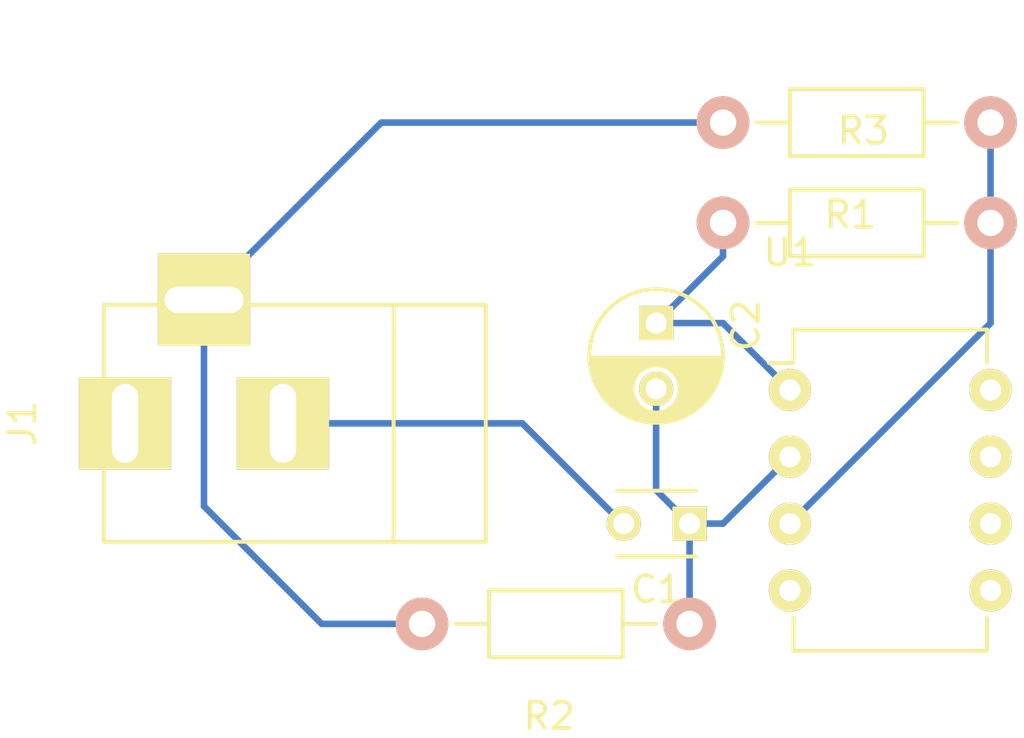
<source format=kicad_pcb>
(kicad_pcb (version 4) (host pcbnew 4.0.2-stable)

  (general
    (links 10)
    (no_connects 0)
    (area 111.96596 82.695 151.335001 111.15512)
    (thickness 1.6)
    (drawings 0)
    (tracks 20)
    (zones 0)
    (modules 7)
    (nets 9)
  )

  (page A4)
  (layers
    (0 F.Cu signal)
    (31 B.Cu signal)
    (32 B.Adhes user)
    (33 F.Adhes user)
    (34 B.Paste user)
    (35 F.Paste user)
    (36 B.SilkS user)
    (37 F.SilkS user)
    (38 B.Mask user)
    (39 F.Mask user)
    (40 Dwgs.User user)
    (41 Cmts.User user)
    (42 Eco1.User user)
    (43 Eco2.User user)
    (44 Edge.Cuts user)
    (45 Margin user)
    (46 B.CrtYd user)
    (47 F.CrtYd user)
    (48 B.Fab user)
    (49 F.Fab user)
  )

  (setup
    (last_trace_width 0.25)
    (trace_clearance 0.2)
    (zone_clearance 0.508)
    (zone_45_only no)
    (trace_min 0.2)
    (segment_width 0.2)
    (edge_width 0.15)
    (via_size 0.6)
    (via_drill 0.4)
    (via_min_size 0.4)
    (via_min_drill 0.3)
    (uvia_size 0.3)
    (uvia_drill 0.1)
    (uvias_allowed no)
    (uvia_min_size 0.2)
    (uvia_min_drill 0.1)
    (pcb_text_width 0.3)
    (pcb_text_size 1.5 1.5)
    (mod_edge_width 0.15)
    (mod_text_size 1 1)
    (mod_text_width 0.15)
    (pad_size 1.524 1.524)
    (pad_drill 0.762)
    (pad_to_mask_clearance 0.2)
    (aux_axis_origin 0 0)
    (visible_elements FFFFFF7F)
    (pcbplotparams
      (layerselection 0x00030_80000001)
      (usegerberextensions false)
      (excludeedgelayer true)
      (linewidth 0.100000)
      (plotframeref false)
      (viasonmask false)
      (mode 1)
      (useauxorigin false)
      (hpglpennumber 1)
      (hpglpenspeed 20)
      (hpglpendiameter 15)
      (hpglpenoverlay 2)
      (psnegative false)
      (psa4output false)
      (plotreference true)
      (plotvalue true)
      (plotinvisibletext false)
      (padsonsilk false)
      (subtractmaskfromsilk false)
      (outputformat 1)
      (mirror false)
      (drillshape 1)
      (scaleselection 1)
      (outputdirectory ""))
  )

  (net 0 "")
  (net 1 "Net-(C1-Pad1)")
  (net 2 "Net-(C1-Pad2)")
  (net 3 Output)
  (net 4 "Net-(J1-Pad1)")
  (net 5 Earth)
  (net 6 "Net-(R1-Pad1)")
  (net 7 GNDREF)
  (net 8 +9V)

  (net_class Default "Ceci est la Netclass par défaut"
    (clearance 0.2)
    (trace_width 0.25)
    (via_dia 0.6)
    (via_drill 0.4)
    (uvia_dia 0.3)
    (uvia_drill 0.1)
    (add_net +9V)
    (add_net Earth)
    (add_net GNDREF)
    (add_net "Net-(C1-Pad1)")
    (add_net "Net-(C1-Pad2)")
    (add_net "Net-(J1-Pad1)")
    (add_net "Net-(R1-Pad1)")
    (add_net Output)
  )

  (module Capacitors_ThroughHole:C_Disc_D3_P2.5 (layer F.Cu) (tedit 0) (tstamp 575B21E1)
    (at 138.43 102.87 180)
    (descr "Capacitor 3mm Disc, Pitch 2.5mm")
    (tags Capacitor)
    (path /574D0EAD)
    (fp_text reference C1 (at 1.25 -2.5 180) (layer F.SilkS)
      (effects (font (size 1 1) (thickness 0.15)))
    )
    (fp_text value 0.1uf (at 1.25 2.5 180) (layer F.Fab)
      (effects (font (size 1 1) (thickness 0.15)))
    )
    (fp_line (start -0.9 -1.5) (end 3.4 -1.5) (layer F.CrtYd) (width 0.05))
    (fp_line (start 3.4 -1.5) (end 3.4 1.5) (layer F.CrtYd) (width 0.05))
    (fp_line (start 3.4 1.5) (end -0.9 1.5) (layer F.CrtYd) (width 0.05))
    (fp_line (start -0.9 1.5) (end -0.9 -1.5) (layer F.CrtYd) (width 0.05))
    (fp_line (start -0.25 -1.25) (end 2.75 -1.25) (layer F.SilkS) (width 0.15))
    (fp_line (start 2.75 1.25) (end -0.25 1.25) (layer F.SilkS) (width 0.15))
    (pad 1 thru_hole rect (at 0 0 180) (size 1.3 1.3) (drill 0.8) (layers *.Cu *.Mask F.SilkS)
      (net 1 "Net-(C1-Pad1)"))
    (pad 2 thru_hole circle (at 2.5 0 180) (size 1.3 1.3) (drill 0.8001) (layers *.Cu *.Mask F.SilkS)
      (net 2 "Net-(C1-Pad2)"))
    (model Capacitors_ThroughHole.3dshapes/C_Disc_D3_P2.5.wrl
      (at (xyz 0.0492126 0 0))
      (scale (xyz 1 1 1))
      (rotate (xyz 0 0 0))
    )
  )

  (module Capacitors_ThroughHole:C_Radial_D5_L11_P2.5 (layer F.Cu) (tedit 575B21D0) (tstamp 575B2209)
    (at 137.16 95.25 270)
    (descr "Radial Electrolytic Capacitor Diameter 5mm x Length 11mm, Pitch 2.5mm")
    (tags "Electrolytic Capacitor")
    (path /574D0B78)
    (fp_text reference C2 (at 0.0889 -3.4036 270) (layer F.SilkS)
      (effects (font (size 1 1) (thickness 0.15)))
    )
    (fp_text value 10uf (at 1.25 3.8 270) (layer F.Fab)
      (effects (font (size 1 1) (thickness 0.15)))
    )
    (fp_line (start 1.325 -2.499) (end 1.325 2.499) (layer F.SilkS) (width 0.15))
    (fp_line (start 1.465 -2.491) (end 1.465 2.491) (layer F.SilkS) (width 0.15))
    (fp_line (start 1.605 -2.475) (end 1.605 -0.095) (layer F.SilkS) (width 0.15))
    (fp_line (start 1.605 0.095) (end 1.605 2.475) (layer F.SilkS) (width 0.15))
    (fp_line (start 1.745 -2.451) (end 1.745 -0.49) (layer F.SilkS) (width 0.15))
    (fp_line (start 1.745 0.49) (end 1.745 2.451) (layer F.SilkS) (width 0.15))
    (fp_line (start 1.885 -2.418) (end 1.885 -0.657) (layer F.SilkS) (width 0.15))
    (fp_line (start 1.885 0.657) (end 1.885 2.418) (layer F.SilkS) (width 0.15))
    (fp_line (start 2.025 -2.377) (end 2.025 -0.764) (layer F.SilkS) (width 0.15))
    (fp_line (start 2.025 0.764) (end 2.025 2.377) (layer F.SilkS) (width 0.15))
    (fp_line (start 2.165 -2.327) (end 2.165 -0.835) (layer F.SilkS) (width 0.15))
    (fp_line (start 2.165 0.835) (end 2.165 2.327) (layer F.SilkS) (width 0.15))
    (fp_line (start 2.305 -2.266) (end 2.305 -0.879) (layer F.SilkS) (width 0.15))
    (fp_line (start 2.305 0.879) (end 2.305 2.266) (layer F.SilkS) (width 0.15))
    (fp_line (start 2.445 -2.196) (end 2.445 -0.898) (layer F.SilkS) (width 0.15))
    (fp_line (start 2.445 0.898) (end 2.445 2.196) (layer F.SilkS) (width 0.15))
    (fp_line (start 2.585 -2.114) (end 2.585 -0.896) (layer F.SilkS) (width 0.15))
    (fp_line (start 2.585 0.896) (end 2.585 2.114) (layer F.SilkS) (width 0.15))
    (fp_line (start 2.725 -2.019) (end 2.725 -0.871) (layer F.SilkS) (width 0.15))
    (fp_line (start 2.725 0.871) (end 2.725 2.019) (layer F.SilkS) (width 0.15))
    (fp_line (start 2.865 -1.908) (end 2.865 -0.823) (layer F.SilkS) (width 0.15))
    (fp_line (start 2.865 0.823) (end 2.865 1.908) (layer F.SilkS) (width 0.15))
    (fp_line (start 3.005 -1.78) (end 3.005 -0.745) (layer F.SilkS) (width 0.15))
    (fp_line (start 3.005 0.745) (end 3.005 1.78) (layer F.SilkS) (width 0.15))
    (fp_line (start 3.145 -1.631) (end 3.145 -0.628) (layer F.SilkS) (width 0.15))
    (fp_line (start 3.145 0.628) (end 3.145 1.631) (layer F.SilkS) (width 0.15))
    (fp_line (start 3.285 -1.452) (end 3.285 -0.44) (layer F.SilkS) (width 0.15))
    (fp_line (start 3.285 0.44) (end 3.285 1.452) (layer F.SilkS) (width 0.15))
    (fp_line (start 3.425 -1.233) (end 3.425 1.233) (layer F.SilkS) (width 0.15))
    (fp_line (start 3.565 -0.944) (end 3.565 0.944) (layer F.SilkS) (width 0.15))
    (fp_line (start 3.705 -0.472) (end 3.705 0.472) (layer F.SilkS) (width 0.15))
    (fp_circle (center 2.5 0) (end 2.5 -0.9) (layer F.SilkS) (width 0.15))
    (fp_circle (center 1.25 0) (end 1.25 -2.5375) (layer F.SilkS) (width 0.15))
    (fp_circle (center 1.25 0) (end 1.25 -2.8) (layer F.CrtYd) (width 0.05))
    (pad 1 thru_hole rect (at 0 0 270) (size 1.3 1.3) (drill 0.8) (layers *.Cu *.Mask F.SilkS)
      (net 3 Output))
    (pad 2 thru_hole circle (at 2.5 0 270) (size 1.3 1.3) (drill 0.8) (layers *.Cu *.Mask F.SilkS)
      (net 1 "Net-(C1-Pad1)"))
    (model Capacitors_ThroughHole.3dshapes/C_Radial_D5_L11_P2.5.wrl
      (at (xyz 0.049213 0 0))
      (scale (xyz 1 1 1))
      (rotate (xyz 0 0 90))
    )
  )

  (module Connect:BARREL_JACK (layer F.Cu) (tedit 0) (tstamp 575B2215)
    (at 123.19 99.06 180)
    (descr "DC Barrel Jack")
    (tags "Power Jack")
    (path /574D0BEA)
    (fp_text reference J1 (at 10.09904 0 270) (layer F.SilkS)
      (effects (font (size 1 1) (thickness 0.15)))
    )
    (fp_text value JACK_2P (at 0 -5.99948 180) (layer F.Fab)
      (effects (font (size 1 1) (thickness 0.15)))
    )
    (fp_line (start -4.0005 -4.50088) (end -4.0005 4.50088) (layer F.SilkS) (width 0.15))
    (fp_line (start -7.50062 -4.50088) (end -7.50062 4.50088) (layer F.SilkS) (width 0.15))
    (fp_line (start -7.50062 4.50088) (end 7.00024 4.50088) (layer F.SilkS) (width 0.15))
    (fp_line (start 7.00024 4.50088) (end 7.00024 -4.50088) (layer F.SilkS) (width 0.15))
    (fp_line (start 7.00024 -4.50088) (end -7.50062 -4.50088) (layer F.SilkS) (width 0.15))
    (pad 1 thru_hole rect (at 6.20014 0 180) (size 3.50012 3.50012) (drill oval 1.00076 2.99974) (layers *.Cu *.Mask F.SilkS)
      (net 4 "Net-(J1-Pad1)"))
    (pad 2 thru_hole rect (at 0.20066 0 180) (size 3.50012 3.50012) (drill oval 1.00076 2.99974) (layers *.Cu *.Mask F.SilkS)
      (net 2 "Net-(C1-Pad2)"))
    (pad 3 thru_hole rect (at 3.2004 4.699 180) (size 3.50012 3.50012) (drill oval 2.99974 1.00076) (layers *.Cu *.Mask F.SilkS)
      (net 5 Earth))
  )

  (module Resistors_ThroughHole:Resistor_Horizontal_RM10mm (layer F.Cu) (tedit 56648415) (tstamp 575B2225)
    (at 149.86 87.63 180)
    (descr "Resistor, Axial,  RM 10mm, 1/3W")
    (tags "Resistor Axial RM 10mm 1/3W")
    (path /574D1260)
    (fp_text reference R1 (at 5.32892 -3.50012 180) (layer F.SilkS)
      (effects (font (size 1 1) (thickness 0.15)))
    )
    (fp_text value R (at 5.08 3.81 180) (layer F.Fab)
      (effects (font (size 1 1) (thickness 0.15)))
    )
    (fp_line (start -1.25 -1.5) (end 11.4 -1.5) (layer F.CrtYd) (width 0.05))
    (fp_line (start -1.25 1.5) (end -1.25 -1.5) (layer F.CrtYd) (width 0.05))
    (fp_line (start 11.4 -1.5) (end 11.4 1.5) (layer F.CrtYd) (width 0.05))
    (fp_line (start -1.25 1.5) (end 11.4 1.5) (layer F.CrtYd) (width 0.05))
    (fp_line (start 2.54 -1.27) (end 7.62 -1.27) (layer F.SilkS) (width 0.15))
    (fp_line (start 7.62 -1.27) (end 7.62 1.27) (layer F.SilkS) (width 0.15))
    (fp_line (start 7.62 1.27) (end 2.54 1.27) (layer F.SilkS) (width 0.15))
    (fp_line (start 2.54 1.27) (end 2.54 -1.27) (layer F.SilkS) (width 0.15))
    (fp_line (start 2.54 0) (end 1.27 0) (layer F.SilkS) (width 0.15))
    (fp_line (start 7.62 0) (end 8.89 0) (layer F.SilkS) (width 0.15))
    (pad 1 thru_hole circle (at 0 0 180) (size 1.99898 1.99898) (drill 1.00076) (layers *.Cu *.SilkS *.Mask)
      (net 6 "Net-(R1-Pad1)"))
    (pad 2 thru_hole circle (at 10.16 0 180) (size 1.99898 1.99898) (drill 1.00076) (layers *.Cu *.SilkS *.Mask)
      (net 5 Earth))
    (model Resistors_ThroughHole.3dshapes/Resistor_Horizontal_RM10mm.wrl
      (at (xyz 0.2 0 0))
      (scale (xyz 0.4 0.4 0.4))
      (rotate (xyz 0 0 0))
    )
  )

  (module Resistors_ThroughHole:Resistor_Horizontal_RM10mm (layer F.Cu) (tedit 56648415) (tstamp 575B2235)
    (at 138.43 106.68 180)
    (descr "Resistor, Axial,  RM 10mm, 1/3W")
    (tags "Resistor Axial RM 10mm 1/3W")
    (path /574D12F3)
    (fp_text reference R2 (at 5.32892 -3.50012 180) (layer F.SilkS)
      (effects (font (size 1 1) (thickness 0.15)))
    )
    (fp_text value R (at 5.08 3.81 180) (layer F.Fab)
      (effects (font (size 1 1) (thickness 0.15)))
    )
    (fp_line (start -1.25 -1.5) (end 11.4 -1.5) (layer F.CrtYd) (width 0.05))
    (fp_line (start -1.25 1.5) (end -1.25 -1.5) (layer F.CrtYd) (width 0.05))
    (fp_line (start 11.4 -1.5) (end 11.4 1.5) (layer F.CrtYd) (width 0.05))
    (fp_line (start -1.25 1.5) (end 11.4 1.5) (layer F.CrtYd) (width 0.05))
    (fp_line (start 2.54 -1.27) (end 7.62 -1.27) (layer F.SilkS) (width 0.15))
    (fp_line (start 7.62 -1.27) (end 7.62 1.27) (layer F.SilkS) (width 0.15))
    (fp_line (start 7.62 1.27) (end 2.54 1.27) (layer F.SilkS) (width 0.15))
    (fp_line (start 2.54 1.27) (end 2.54 -1.27) (layer F.SilkS) (width 0.15))
    (fp_line (start 2.54 0) (end 1.27 0) (layer F.SilkS) (width 0.15))
    (fp_line (start 7.62 0) (end 8.89 0) (layer F.SilkS) (width 0.15))
    (pad 1 thru_hole circle (at 0 0 180) (size 1.99898 1.99898) (drill 1.00076) (layers *.Cu *.SilkS *.Mask)
      (net 1 "Net-(C1-Pad1)"))
    (pad 2 thru_hole circle (at 10.16 0 180) (size 1.99898 1.99898) (drill 1.00076) (layers *.Cu *.SilkS *.Mask)
      (net 5 Earth))
    (model Resistors_ThroughHole.3dshapes/Resistor_Horizontal_RM10mm.wrl
      (at (xyz 0.2 0 0))
      (scale (xyz 0.4 0.4 0.4))
      (rotate (xyz 0 0 0))
    )
  )

  (module Resistors_ThroughHole:Resistor_Horizontal_RM10mm (layer F.Cu) (tedit 56648415) (tstamp 575B2245)
    (at 139.7 91.44)
    (descr "Resistor, Axial,  RM 10mm, 1/3W")
    (tags "Resistor Axial RM 10mm 1/3W")
    (path /574D11D7)
    (fp_text reference R3 (at 5.32892 -3.50012) (layer F.SilkS)
      (effects (font (size 1 1) (thickness 0.15)))
    )
    (fp_text value R (at 5.08 3.81) (layer F.Fab)
      (effects (font (size 1 1) (thickness 0.15)))
    )
    (fp_line (start -1.25 -1.5) (end 11.4 -1.5) (layer F.CrtYd) (width 0.05))
    (fp_line (start -1.25 1.5) (end -1.25 -1.5) (layer F.CrtYd) (width 0.05))
    (fp_line (start 11.4 -1.5) (end 11.4 1.5) (layer F.CrtYd) (width 0.05))
    (fp_line (start -1.25 1.5) (end 11.4 1.5) (layer F.CrtYd) (width 0.05))
    (fp_line (start 2.54 -1.27) (end 7.62 -1.27) (layer F.SilkS) (width 0.15))
    (fp_line (start 7.62 -1.27) (end 7.62 1.27) (layer F.SilkS) (width 0.15))
    (fp_line (start 7.62 1.27) (end 2.54 1.27) (layer F.SilkS) (width 0.15))
    (fp_line (start 2.54 1.27) (end 2.54 -1.27) (layer F.SilkS) (width 0.15))
    (fp_line (start 2.54 0) (end 1.27 0) (layer F.SilkS) (width 0.15))
    (fp_line (start 7.62 0) (end 8.89 0) (layer F.SilkS) (width 0.15))
    (pad 1 thru_hole circle (at 0 0) (size 1.99898 1.99898) (drill 1.00076) (layers *.Cu *.SilkS *.Mask)
      (net 3 Output))
    (pad 2 thru_hole circle (at 10.16 0) (size 1.99898 1.99898) (drill 1.00076) (layers *.Cu *.SilkS *.Mask)
      (net 6 "Net-(R1-Pad1)"))
    (model Resistors_ThroughHole.3dshapes/Resistor_Horizontal_RM10mm.wrl
      (at (xyz 0.2 0 0))
      (scale (xyz 0.4 0.4 0.4))
      (rotate (xyz 0 0 0))
    )
  )

  (module Housings_DIP:DIP-8_W7.62mm (layer F.Cu) (tedit 54130A77) (tstamp 575B225C)
    (at 142.24 97.79)
    (descr "8-lead dip package, row spacing 7.62 mm (300 mils)")
    (tags "dil dip 2.54 300")
    (path /574D0A2E)
    (fp_text reference U1 (at 0 -5.22) (layer F.SilkS)
      (effects (font (size 1 1) (thickness 0.15)))
    )
    (fp_text value TL072 (at 0 -3.72) (layer F.Fab)
      (effects (font (size 1 1) (thickness 0.15)))
    )
    (fp_line (start -1.05 -2.45) (end -1.05 10.1) (layer F.CrtYd) (width 0.05))
    (fp_line (start 8.65 -2.45) (end 8.65 10.1) (layer F.CrtYd) (width 0.05))
    (fp_line (start -1.05 -2.45) (end 8.65 -2.45) (layer F.CrtYd) (width 0.05))
    (fp_line (start -1.05 10.1) (end 8.65 10.1) (layer F.CrtYd) (width 0.05))
    (fp_line (start 0.135 -2.295) (end 0.135 -1.025) (layer F.SilkS) (width 0.15))
    (fp_line (start 7.485 -2.295) (end 7.485 -1.025) (layer F.SilkS) (width 0.15))
    (fp_line (start 7.485 9.915) (end 7.485 8.645) (layer F.SilkS) (width 0.15))
    (fp_line (start 0.135 9.915) (end 0.135 8.645) (layer F.SilkS) (width 0.15))
    (fp_line (start 0.135 -2.295) (end 7.485 -2.295) (layer F.SilkS) (width 0.15))
    (fp_line (start 0.135 9.915) (end 7.485 9.915) (layer F.SilkS) (width 0.15))
    (fp_line (start 0.135 -1.025) (end -0.8 -1.025) (layer F.SilkS) (width 0.15))
    (pad 1 thru_hole oval (at 0 0) (size 1.6 1.6) (drill 0.8) (layers *.Cu *.Mask F.SilkS)
      (net 3 Output))
    (pad 2 thru_hole oval (at 0 2.54) (size 1.6 1.6) (drill 0.8) (layers *.Cu *.Mask F.SilkS)
      (net 1 "Net-(C1-Pad1)"))
    (pad 3 thru_hole oval (at 0 5.08) (size 1.6 1.6) (drill 0.8) (layers *.Cu *.Mask F.SilkS)
      (net 6 "Net-(R1-Pad1)"))
    (pad 4 thru_hole oval (at 0 7.62) (size 1.6 1.6) (drill 0.8) (layers *.Cu *.Mask F.SilkS)
      (net 7 GNDREF))
    (pad 5 thru_hole oval (at 7.62 7.62) (size 1.6 1.6) (drill 0.8) (layers *.Cu *.Mask F.SilkS))
    (pad 6 thru_hole oval (at 7.62 5.08) (size 1.6 1.6) (drill 0.8) (layers *.Cu *.Mask F.SilkS))
    (pad 7 thru_hole oval (at 7.62 2.54) (size 1.6 1.6) (drill 0.8) (layers *.Cu *.Mask F.SilkS))
    (pad 8 thru_hole oval (at 7.62 0) (size 1.6 1.6) (drill 0.8) (layers *.Cu *.Mask F.SilkS)
      (net 8 +9V))
    (model Housings_DIP.3dshapes/DIP-8_W7.62mm.wrl
      (at (xyz 0 0 0))
      (scale (xyz 1 1 1))
      (rotate (xyz 0 0 0))
    )
  )

  (segment (start 138.43 106.68) (end 138.43 102.87) (width 0.25) (layer B.Cu) (net 1))
  (segment (start 137.16 97.75) (end 137.16 101.6) (width 0.25) (layer B.Cu) (net 1))
  (segment (start 137.16 101.6) (end 138.43 102.87) (width 0.25) (layer B.Cu) (net 1) (tstamp 575B280B))
  (segment (start 138.43 102.87) (end 139.7 102.87) (width 0.25) (layer B.Cu) (net 1))
  (segment (start 139.7 102.87) (end 142.24 100.33) (width 0.25) (layer B.Cu) (net 1) (tstamp 575B2807))
  (segment (start 122.98934 99.06) (end 132.08 99.06) (width 0.25) (layer B.Cu) (net 2))
  (segment (start 132.08 99.06) (end 135.89 102.87) (width 0.25) (layer B.Cu) (net 2) (tstamp 575B27F5))
  (segment (start 135.89 102.87) (end 135.93 102.87) (width 0.25) (layer B.Cu) (net 2) (tstamp 575B27F8))
  (segment (start 139.7 91.44) (end 139.7 92.71) (width 0.25) (layer B.Cu) (net 3))
  (segment (start 139.7 92.71) (end 137.16 95.25) (width 0.25) (layer B.Cu) (net 3) (tstamp 575B27FD))
  (segment (start 137.16 95.25) (end 139.7 95.25) (width 0.25) (layer B.Cu) (net 3))
  (segment (start 139.7 95.25) (end 142.24 97.79) (width 0.25) (layer B.Cu) (net 3) (tstamp 575B27F9))
  (segment (start 119.9896 94.361) (end 119.9896 102.2096) (width 0.25) (layer B.Cu) (net 5))
  (segment (start 124.46 106.68) (end 128.27 106.68) (width 0.25) (layer B.Cu) (net 5) (tstamp 575B27F1))
  (segment (start 119.9896 102.2096) (end 124.46 106.68) (width 0.25) (layer B.Cu) (net 5) (tstamp 575B27F0))
  (segment (start 139.7 87.63) (end 126.7206 87.63) (width 0.25) (layer B.Cu) (net 5))
  (segment (start 126.7206 87.63) (end 119.9896 94.361) (width 0.25) (layer B.Cu) (net 5) (tstamp 575B27EB))
  (segment (start 149.86 91.44) (end 149.86 95.25) (width 0.25) (layer B.Cu) (net 6))
  (segment (start 149.86 95.25) (end 142.24 102.87) (width 0.25) (layer B.Cu) (net 6) (tstamp 575B2803))
  (segment (start 149.86 87.63) (end 149.86 91.44) (width 0.25) (layer B.Cu) (net 6))

)

</source>
